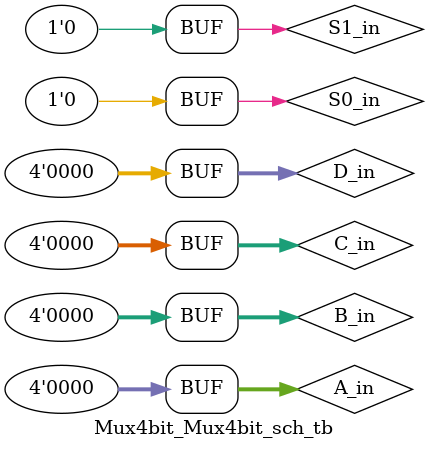
<source format=v>

`timescale 1ns / 1ps

module Mux4bit_Mux4bit_sch_tb();

// Inputs
   reg [3:0] C_in;
   reg [3:0] D_in;
   reg S0_in;
   reg S1_in;
   reg [3:0] B_in;
   reg [3:0] A_in;

// Output
   wire [3:0] Mux_out;

// Bidirs

// Instantiate the UUT
   Mux4bit UUT (
		.C_in(C_in), 
		.D_in(D_in), 
		.S0_in(S0_in), 
		.S1_in(S1_in), 
		.B_in(B_in), 
		.A_in(A_in), 
		.Mux_out(Mux_out)
   );
// Initialize Inputs
   initial begin
		C_in = 0;
		D_in = 0;
		S0_in = 0;
		S1_in = 0;
		B_in = 0;
		A_in = 0;
   end
endmodule

</source>
